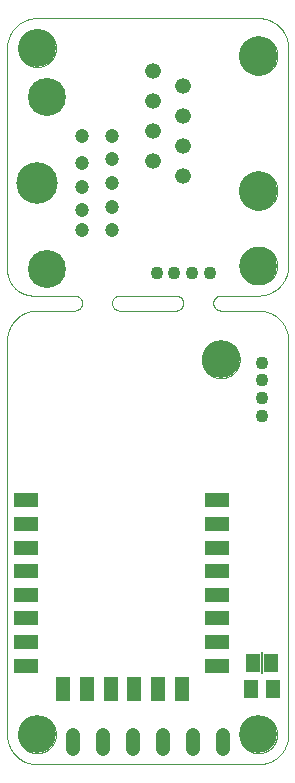
<source format=gbs>
G75*
%MOIN*%
%OFA0B0*%
%FSLAX25Y25*%
%IPPOS*%
%LPD*%
%AMOC8*
5,1,8,0,0,1.08239X$1,22.5*
%
%ADD10C,0.00000*%
%ADD11C,0.12598*%
%ADD12R,0.07874X0.04724*%
%ADD13R,0.04724X0.07874*%
%ADD14R,0.05118X0.05906*%
%ADD15R,0.04600X0.06300*%
%ADD16R,0.00600X0.07200*%
%ADD17C,0.04800*%
%ADD18C,0.04331*%
%ADD19C,0.05250*%
%ADD20C,0.12800*%
%ADD21C,0.04724*%
%ADD22C,0.13843*%
%ADD23C,0.12661*%
D10*
X0028845Y0038800D02*
X0028845Y0170050D01*
X0028848Y0170292D01*
X0028857Y0170533D01*
X0028871Y0170774D01*
X0028892Y0171015D01*
X0028918Y0171255D01*
X0028950Y0171495D01*
X0028988Y0171734D01*
X0029031Y0171971D01*
X0029081Y0172208D01*
X0029136Y0172443D01*
X0029196Y0172677D01*
X0029263Y0172909D01*
X0029334Y0173140D01*
X0029412Y0173369D01*
X0029495Y0173596D01*
X0029583Y0173821D01*
X0029677Y0174044D01*
X0029776Y0174264D01*
X0029881Y0174482D01*
X0029990Y0174697D01*
X0030105Y0174910D01*
X0030225Y0175120D01*
X0030350Y0175326D01*
X0030480Y0175530D01*
X0030615Y0175731D01*
X0030755Y0175928D01*
X0030899Y0176122D01*
X0031048Y0176312D01*
X0031202Y0176498D01*
X0031360Y0176681D01*
X0031522Y0176860D01*
X0031689Y0177035D01*
X0031860Y0177206D01*
X0032035Y0177373D01*
X0032214Y0177535D01*
X0032397Y0177693D01*
X0032583Y0177847D01*
X0032773Y0177996D01*
X0032967Y0178140D01*
X0033164Y0178280D01*
X0033365Y0178415D01*
X0033569Y0178545D01*
X0033775Y0178670D01*
X0033985Y0178790D01*
X0034198Y0178905D01*
X0034413Y0179014D01*
X0034631Y0179119D01*
X0034851Y0179218D01*
X0035074Y0179312D01*
X0035299Y0179400D01*
X0035526Y0179483D01*
X0035755Y0179561D01*
X0035986Y0179632D01*
X0036218Y0179699D01*
X0036452Y0179759D01*
X0036687Y0179814D01*
X0036924Y0179864D01*
X0037161Y0179907D01*
X0037400Y0179945D01*
X0037640Y0179977D01*
X0037880Y0180003D01*
X0038121Y0180024D01*
X0038362Y0180038D01*
X0038603Y0180047D01*
X0038845Y0180050D01*
X0051345Y0180050D01*
X0053845Y0182550D02*
X0053843Y0182648D01*
X0053837Y0182746D01*
X0053828Y0182844D01*
X0053814Y0182941D01*
X0053797Y0183038D01*
X0053776Y0183134D01*
X0053751Y0183229D01*
X0053723Y0183323D01*
X0053690Y0183415D01*
X0053655Y0183507D01*
X0053615Y0183597D01*
X0053573Y0183685D01*
X0053526Y0183772D01*
X0053477Y0183856D01*
X0053424Y0183939D01*
X0053368Y0184019D01*
X0053308Y0184098D01*
X0053246Y0184174D01*
X0053181Y0184247D01*
X0053113Y0184318D01*
X0053042Y0184386D01*
X0052969Y0184451D01*
X0052893Y0184513D01*
X0052814Y0184573D01*
X0052734Y0184629D01*
X0052651Y0184682D01*
X0052567Y0184731D01*
X0052480Y0184778D01*
X0052392Y0184820D01*
X0052302Y0184860D01*
X0052210Y0184895D01*
X0052118Y0184928D01*
X0052024Y0184956D01*
X0051929Y0184981D01*
X0051833Y0185002D01*
X0051736Y0185019D01*
X0051639Y0185033D01*
X0051541Y0185042D01*
X0051443Y0185048D01*
X0051345Y0185050D01*
X0037595Y0185050D01*
X0037384Y0185053D01*
X0037172Y0185060D01*
X0036961Y0185073D01*
X0036751Y0185091D01*
X0036540Y0185114D01*
X0036331Y0185142D01*
X0036122Y0185175D01*
X0035914Y0185213D01*
X0035707Y0185256D01*
X0035501Y0185304D01*
X0035296Y0185357D01*
X0035093Y0185415D01*
X0034891Y0185478D01*
X0034691Y0185546D01*
X0034492Y0185619D01*
X0034295Y0185696D01*
X0034101Y0185778D01*
X0033908Y0185865D01*
X0033717Y0185956D01*
X0033529Y0186052D01*
X0033343Y0186153D01*
X0033159Y0186258D01*
X0032978Y0186367D01*
X0032800Y0186481D01*
X0032624Y0186599D01*
X0032452Y0186721D01*
X0032282Y0186847D01*
X0032116Y0186978D01*
X0031953Y0187112D01*
X0031793Y0187251D01*
X0031636Y0187393D01*
X0031483Y0187539D01*
X0031334Y0187688D01*
X0031188Y0187841D01*
X0031046Y0187998D01*
X0030907Y0188158D01*
X0030773Y0188321D01*
X0030642Y0188487D01*
X0030516Y0188657D01*
X0030394Y0188829D01*
X0030276Y0189005D01*
X0030162Y0189183D01*
X0030053Y0189364D01*
X0029948Y0189548D01*
X0029847Y0189734D01*
X0029751Y0189922D01*
X0029660Y0190113D01*
X0029573Y0190306D01*
X0029491Y0190500D01*
X0029414Y0190697D01*
X0029341Y0190896D01*
X0029273Y0191096D01*
X0029210Y0191298D01*
X0029152Y0191501D01*
X0029099Y0191706D01*
X0029051Y0191912D01*
X0029008Y0192119D01*
X0028970Y0192327D01*
X0028937Y0192536D01*
X0028909Y0192745D01*
X0028886Y0192956D01*
X0028868Y0193166D01*
X0028855Y0193377D01*
X0028848Y0193589D01*
X0028845Y0193800D01*
X0028845Y0267550D01*
X0028848Y0267792D01*
X0028857Y0268033D01*
X0028871Y0268274D01*
X0028892Y0268515D01*
X0028918Y0268755D01*
X0028950Y0268995D01*
X0028988Y0269234D01*
X0029031Y0269471D01*
X0029081Y0269708D01*
X0029136Y0269943D01*
X0029196Y0270177D01*
X0029263Y0270409D01*
X0029334Y0270640D01*
X0029412Y0270869D01*
X0029495Y0271096D01*
X0029583Y0271321D01*
X0029677Y0271544D01*
X0029776Y0271764D01*
X0029881Y0271982D01*
X0029990Y0272197D01*
X0030105Y0272410D01*
X0030225Y0272620D01*
X0030350Y0272826D01*
X0030480Y0273030D01*
X0030615Y0273231D01*
X0030755Y0273428D01*
X0030899Y0273622D01*
X0031048Y0273812D01*
X0031202Y0273998D01*
X0031360Y0274181D01*
X0031522Y0274360D01*
X0031689Y0274535D01*
X0031860Y0274706D01*
X0032035Y0274873D01*
X0032214Y0275035D01*
X0032397Y0275193D01*
X0032583Y0275347D01*
X0032773Y0275496D01*
X0032967Y0275640D01*
X0033164Y0275780D01*
X0033365Y0275915D01*
X0033569Y0276045D01*
X0033775Y0276170D01*
X0033985Y0276290D01*
X0034198Y0276405D01*
X0034413Y0276514D01*
X0034631Y0276619D01*
X0034851Y0276718D01*
X0035074Y0276812D01*
X0035299Y0276900D01*
X0035526Y0276983D01*
X0035755Y0277061D01*
X0035986Y0277132D01*
X0036218Y0277199D01*
X0036452Y0277259D01*
X0036687Y0277314D01*
X0036924Y0277364D01*
X0037161Y0277407D01*
X0037400Y0277445D01*
X0037640Y0277477D01*
X0037880Y0277503D01*
X0038121Y0277524D01*
X0038362Y0277538D01*
X0038603Y0277547D01*
X0038845Y0277550D01*
X0112595Y0277550D01*
X0112837Y0277547D01*
X0113078Y0277538D01*
X0113319Y0277524D01*
X0113560Y0277503D01*
X0113800Y0277477D01*
X0114040Y0277445D01*
X0114279Y0277407D01*
X0114516Y0277364D01*
X0114753Y0277314D01*
X0114988Y0277259D01*
X0115222Y0277199D01*
X0115454Y0277132D01*
X0115685Y0277061D01*
X0115914Y0276983D01*
X0116141Y0276900D01*
X0116366Y0276812D01*
X0116589Y0276718D01*
X0116809Y0276619D01*
X0117027Y0276514D01*
X0117242Y0276405D01*
X0117455Y0276290D01*
X0117665Y0276170D01*
X0117871Y0276045D01*
X0118075Y0275915D01*
X0118276Y0275780D01*
X0118473Y0275640D01*
X0118667Y0275496D01*
X0118857Y0275347D01*
X0119043Y0275193D01*
X0119226Y0275035D01*
X0119405Y0274873D01*
X0119580Y0274706D01*
X0119751Y0274535D01*
X0119918Y0274360D01*
X0120080Y0274181D01*
X0120238Y0273998D01*
X0120392Y0273812D01*
X0120541Y0273622D01*
X0120685Y0273428D01*
X0120825Y0273231D01*
X0120960Y0273030D01*
X0121090Y0272826D01*
X0121215Y0272620D01*
X0121335Y0272410D01*
X0121450Y0272197D01*
X0121559Y0271982D01*
X0121664Y0271764D01*
X0121763Y0271544D01*
X0121857Y0271321D01*
X0121945Y0271096D01*
X0122028Y0270869D01*
X0122106Y0270640D01*
X0122177Y0270409D01*
X0122244Y0270177D01*
X0122304Y0269943D01*
X0122359Y0269708D01*
X0122409Y0269471D01*
X0122452Y0269234D01*
X0122490Y0268995D01*
X0122522Y0268755D01*
X0122548Y0268515D01*
X0122569Y0268274D01*
X0122583Y0268033D01*
X0122592Y0267792D01*
X0122595Y0267550D01*
X0122595Y0195050D01*
X0122592Y0194808D01*
X0122583Y0194567D01*
X0122569Y0194326D01*
X0122548Y0194085D01*
X0122522Y0193845D01*
X0122490Y0193605D01*
X0122452Y0193366D01*
X0122409Y0193129D01*
X0122359Y0192892D01*
X0122304Y0192657D01*
X0122244Y0192423D01*
X0122177Y0192191D01*
X0122106Y0191960D01*
X0122028Y0191731D01*
X0121945Y0191504D01*
X0121857Y0191279D01*
X0121763Y0191056D01*
X0121664Y0190836D01*
X0121559Y0190618D01*
X0121450Y0190403D01*
X0121335Y0190190D01*
X0121215Y0189980D01*
X0121090Y0189774D01*
X0120960Y0189570D01*
X0120825Y0189369D01*
X0120685Y0189172D01*
X0120541Y0188978D01*
X0120392Y0188788D01*
X0120238Y0188602D01*
X0120080Y0188419D01*
X0119918Y0188240D01*
X0119751Y0188065D01*
X0119580Y0187894D01*
X0119405Y0187727D01*
X0119226Y0187565D01*
X0119043Y0187407D01*
X0118857Y0187253D01*
X0118667Y0187104D01*
X0118473Y0186960D01*
X0118276Y0186820D01*
X0118075Y0186685D01*
X0117871Y0186555D01*
X0117665Y0186430D01*
X0117455Y0186310D01*
X0117242Y0186195D01*
X0117027Y0186086D01*
X0116809Y0185981D01*
X0116589Y0185882D01*
X0116366Y0185788D01*
X0116141Y0185700D01*
X0115914Y0185617D01*
X0115685Y0185539D01*
X0115454Y0185468D01*
X0115222Y0185401D01*
X0114988Y0185341D01*
X0114753Y0185286D01*
X0114516Y0185236D01*
X0114279Y0185193D01*
X0114040Y0185155D01*
X0113800Y0185123D01*
X0113560Y0185097D01*
X0113319Y0185076D01*
X0113078Y0185062D01*
X0112837Y0185053D01*
X0112595Y0185050D01*
X0100095Y0185050D01*
X0099997Y0185048D01*
X0099899Y0185042D01*
X0099801Y0185033D01*
X0099704Y0185019D01*
X0099607Y0185002D01*
X0099511Y0184981D01*
X0099416Y0184956D01*
X0099322Y0184928D01*
X0099230Y0184895D01*
X0099138Y0184860D01*
X0099048Y0184820D01*
X0098960Y0184778D01*
X0098873Y0184731D01*
X0098789Y0184682D01*
X0098706Y0184629D01*
X0098626Y0184573D01*
X0098547Y0184513D01*
X0098471Y0184451D01*
X0098398Y0184386D01*
X0098327Y0184318D01*
X0098259Y0184247D01*
X0098194Y0184174D01*
X0098132Y0184098D01*
X0098072Y0184019D01*
X0098016Y0183939D01*
X0097963Y0183856D01*
X0097914Y0183772D01*
X0097867Y0183685D01*
X0097825Y0183597D01*
X0097785Y0183507D01*
X0097750Y0183415D01*
X0097717Y0183323D01*
X0097689Y0183229D01*
X0097664Y0183134D01*
X0097643Y0183038D01*
X0097626Y0182941D01*
X0097612Y0182844D01*
X0097603Y0182746D01*
X0097597Y0182648D01*
X0097595Y0182550D01*
X0097597Y0182452D01*
X0097603Y0182354D01*
X0097612Y0182256D01*
X0097626Y0182159D01*
X0097643Y0182062D01*
X0097664Y0181966D01*
X0097689Y0181871D01*
X0097717Y0181777D01*
X0097750Y0181685D01*
X0097785Y0181593D01*
X0097825Y0181503D01*
X0097867Y0181415D01*
X0097914Y0181328D01*
X0097963Y0181244D01*
X0098016Y0181161D01*
X0098072Y0181081D01*
X0098132Y0181002D01*
X0098194Y0180926D01*
X0098259Y0180853D01*
X0098327Y0180782D01*
X0098398Y0180714D01*
X0098471Y0180649D01*
X0098547Y0180587D01*
X0098626Y0180527D01*
X0098706Y0180471D01*
X0098789Y0180418D01*
X0098873Y0180369D01*
X0098960Y0180322D01*
X0099048Y0180280D01*
X0099138Y0180240D01*
X0099230Y0180205D01*
X0099322Y0180172D01*
X0099416Y0180144D01*
X0099511Y0180119D01*
X0099607Y0180098D01*
X0099704Y0180081D01*
X0099801Y0180067D01*
X0099899Y0180058D01*
X0099997Y0180052D01*
X0100095Y0180050D01*
X0112595Y0180050D01*
X0112837Y0180047D01*
X0113078Y0180038D01*
X0113319Y0180024D01*
X0113560Y0180003D01*
X0113800Y0179977D01*
X0114040Y0179945D01*
X0114279Y0179907D01*
X0114516Y0179864D01*
X0114753Y0179814D01*
X0114988Y0179759D01*
X0115222Y0179699D01*
X0115454Y0179632D01*
X0115685Y0179561D01*
X0115914Y0179483D01*
X0116141Y0179400D01*
X0116366Y0179312D01*
X0116589Y0179218D01*
X0116809Y0179119D01*
X0117027Y0179014D01*
X0117242Y0178905D01*
X0117455Y0178790D01*
X0117665Y0178670D01*
X0117871Y0178545D01*
X0118075Y0178415D01*
X0118276Y0178280D01*
X0118473Y0178140D01*
X0118667Y0177996D01*
X0118857Y0177847D01*
X0119043Y0177693D01*
X0119226Y0177535D01*
X0119405Y0177373D01*
X0119580Y0177206D01*
X0119751Y0177035D01*
X0119918Y0176860D01*
X0120080Y0176681D01*
X0120238Y0176498D01*
X0120392Y0176312D01*
X0120541Y0176122D01*
X0120685Y0175928D01*
X0120825Y0175731D01*
X0120960Y0175530D01*
X0121090Y0175326D01*
X0121215Y0175120D01*
X0121335Y0174910D01*
X0121450Y0174697D01*
X0121559Y0174482D01*
X0121664Y0174264D01*
X0121763Y0174044D01*
X0121857Y0173821D01*
X0121945Y0173596D01*
X0122028Y0173369D01*
X0122106Y0173140D01*
X0122177Y0172909D01*
X0122244Y0172677D01*
X0122304Y0172443D01*
X0122359Y0172208D01*
X0122409Y0171971D01*
X0122452Y0171734D01*
X0122490Y0171495D01*
X0122522Y0171255D01*
X0122548Y0171015D01*
X0122569Y0170774D01*
X0122583Y0170533D01*
X0122592Y0170292D01*
X0122595Y0170050D01*
X0122595Y0038800D01*
X0122592Y0038558D01*
X0122583Y0038317D01*
X0122569Y0038076D01*
X0122548Y0037835D01*
X0122522Y0037595D01*
X0122490Y0037355D01*
X0122452Y0037116D01*
X0122409Y0036879D01*
X0122359Y0036642D01*
X0122304Y0036407D01*
X0122244Y0036173D01*
X0122177Y0035941D01*
X0122106Y0035710D01*
X0122028Y0035481D01*
X0121945Y0035254D01*
X0121857Y0035029D01*
X0121763Y0034806D01*
X0121664Y0034586D01*
X0121559Y0034368D01*
X0121450Y0034153D01*
X0121335Y0033940D01*
X0121215Y0033730D01*
X0121090Y0033524D01*
X0120960Y0033320D01*
X0120825Y0033119D01*
X0120685Y0032922D01*
X0120541Y0032728D01*
X0120392Y0032538D01*
X0120238Y0032352D01*
X0120080Y0032169D01*
X0119918Y0031990D01*
X0119751Y0031815D01*
X0119580Y0031644D01*
X0119405Y0031477D01*
X0119226Y0031315D01*
X0119043Y0031157D01*
X0118857Y0031003D01*
X0118667Y0030854D01*
X0118473Y0030710D01*
X0118276Y0030570D01*
X0118075Y0030435D01*
X0117871Y0030305D01*
X0117665Y0030180D01*
X0117455Y0030060D01*
X0117242Y0029945D01*
X0117027Y0029836D01*
X0116809Y0029731D01*
X0116589Y0029632D01*
X0116366Y0029538D01*
X0116141Y0029450D01*
X0115914Y0029367D01*
X0115685Y0029289D01*
X0115454Y0029218D01*
X0115222Y0029151D01*
X0114988Y0029091D01*
X0114753Y0029036D01*
X0114516Y0028986D01*
X0114279Y0028943D01*
X0114040Y0028905D01*
X0113800Y0028873D01*
X0113560Y0028847D01*
X0113319Y0028826D01*
X0113078Y0028812D01*
X0112837Y0028803D01*
X0112595Y0028800D01*
X0038845Y0028800D01*
X0038603Y0028803D01*
X0038362Y0028812D01*
X0038121Y0028826D01*
X0037880Y0028847D01*
X0037640Y0028873D01*
X0037400Y0028905D01*
X0037161Y0028943D01*
X0036924Y0028986D01*
X0036687Y0029036D01*
X0036452Y0029091D01*
X0036218Y0029151D01*
X0035986Y0029218D01*
X0035755Y0029289D01*
X0035526Y0029367D01*
X0035299Y0029450D01*
X0035074Y0029538D01*
X0034851Y0029632D01*
X0034631Y0029731D01*
X0034413Y0029836D01*
X0034198Y0029945D01*
X0033985Y0030060D01*
X0033775Y0030180D01*
X0033569Y0030305D01*
X0033365Y0030435D01*
X0033164Y0030570D01*
X0032967Y0030710D01*
X0032773Y0030854D01*
X0032583Y0031003D01*
X0032397Y0031157D01*
X0032214Y0031315D01*
X0032035Y0031477D01*
X0031860Y0031644D01*
X0031689Y0031815D01*
X0031522Y0031990D01*
X0031360Y0032169D01*
X0031202Y0032352D01*
X0031048Y0032538D01*
X0030899Y0032728D01*
X0030755Y0032922D01*
X0030615Y0033119D01*
X0030480Y0033320D01*
X0030350Y0033524D01*
X0030225Y0033730D01*
X0030105Y0033940D01*
X0029990Y0034153D01*
X0029881Y0034368D01*
X0029776Y0034586D01*
X0029677Y0034806D01*
X0029583Y0035029D01*
X0029495Y0035254D01*
X0029412Y0035481D01*
X0029334Y0035710D01*
X0029263Y0035941D01*
X0029196Y0036173D01*
X0029136Y0036407D01*
X0029081Y0036642D01*
X0029031Y0036879D01*
X0028988Y0037116D01*
X0028950Y0037355D01*
X0028918Y0037595D01*
X0028892Y0037835D01*
X0028871Y0038076D01*
X0028857Y0038317D01*
X0028848Y0038558D01*
X0028845Y0038800D01*
X0032546Y0038800D02*
X0032548Y0038958D01*
X0032554Y0039116D01*
X0032564Y0039274D01*
X0032578Y0039432D01*
X0032596Y0039589D01*
X0032617Y0039746D01*
X0032643Y0039902D01*
X0032673Y0040058D01*
X0032706Y0040213D01*
X0032744Y0040366D01*
X0032785Y0040519D01*
X0032830Y0040671D01*
X0032879Y0040822D01*
X0032932Y0040971D01*
X0032988Y0041119D01*
X0033048Y0041265D01*
X0033112Y0041410D01*
X0033180Y0041553D01*
X0033251Y0041695D01*
X0033325Y0041835D01*
X0033403Y0041972D01*
X0033485Y0042108D01*
X0033569Y0042242D01*
X0033658Y0042373D01*
X0033749Y0042502D01*
X0033844Y0042629D01*
X0033941Y0042754D01*
X0034042Y0042876D01*
X0034146Y0042995D01*
X0034253Y0043112D01*
X0034363Y0043226D01*
X0034476Y0043337D01*
X0034591Y0043446D01*
X0034709Y0043551D01*
X0034830Y0043653D01*
X0034953Y0043753D01*
X0035079Y0043849D01*
X0035207Y0043942D01*
X0035337Y0044032D01*
X0035470Y0044118D01*
X0035605Y0044202D01*
X0035741Y0044281D01*
X0035880Y0044358D01*
X0036021Y0044430D01*
X0036163Y0044500D01*
X0036307Y0044565D01*
X0036453Y0044627D01*
X0036600Y0044685D01*
X0036749Y0044740D01*
X0036899Y0044791D01*
X0037050Y0044838D01*
X0037202Y0044881D01*
X0037355Y0044920D01*
X0037510Y0044956D01*
X0037665Y0044987D01*
X0037821Y0045015D01*
X0037977Y0045039D01*
X0038134Y0045059D01*
X0038292Y0045075D01*
X0038449Y0045087D01*
X0038608Y0045095D01*
X0038766Y0045099D01*
X0038924Y0045099D01*
X0039082Y0045095D01*
X0039241Y0045087D01*
X0039398Y0045075D01*
X0039556Y0045059D01*
X0039713Y0045039D01*
X0039869Y0045015D01*
X0040025Y0044987D01*
X0040180Y0044956D01*
X0040335Y0044920D01*
X0040488Y0044881D01*
X0040640Y0044838D01*
X0040791Y0044791D01*
X0040941Y0044740D01*
X0041090Y0044685D01*
X0041237Y0044627D01*
X0041383Y0044565D01*
X0041527Y0044500D01*
X0041669Y0044430D01*
X0041810Y0044358D01*
X0041949Y0044281D01*
X0042085Y0044202D01*
X0042220Y0044118D01*
X0042353Y0044032D01*
X0042483Y0043942D01*
X0042611Y0043849D01*
X0042737Y0043753D01*
X0042860Y0043653D01*
X0042981Y0043551D01*
X0043099Y0043446D01*
X0043214Y0043337D01*
X0043327Y0043226D01*
X0043437Y0043112D01*
X0043544Y0042995D01*
X0043648Y0042876D01*
X0043749Y0042754D01*
X0043846Y0042629D01*
X0043941Y0042502D01*
X0044032Y0042373D01*
X0044121Y0042242D01*
X0044205Y0042108D01*
X0044287Y0041972D01*
X0044365Y0041835D01*
X0044439Y0041695D01*
X0044510Y0041553D01*
X0044578Y0041410D01*
X0044642Y0041265D01*
X0044702Y0041119D01*
X0044758Y0040971D01*
X0044811Y0040822D01*
X0044860Y0040671D01*
X0044905Y0040519D01*
X0044946Y0040366D01*
X0044984Y0040213D01*
X0045017Y0040058D01*
X0045047Y0039902D01*
X0045073Y0039746D01*
X0045094Y0039589D01*
X0045112Y0039432D01*
X0045126Y0039274D01*
X0045136Y0039116D01*
X0045142Y0038958D01*
X0045144Y0038800D01*
X0045142Y0038642D01*
X0045136Y0038484D01*
X0045126Y0038326D01*
X0045112Y0038168D01*
X0045094Y0038011D01*
X0045073Y0037854D01*
X0045047Y0037698D01*
X0045017Y0037542D01*
X0044984Y0037387D01*
X0044946Y0037234D01*
X0044905Y0037081D01*
X0044860Y0036929D01*
X0044811Y0036778D01*
X0044758Y0036629D01*
X0044702Y0036481D01*
X0044642Y0036335D01*
X0044578Y0036190D01*
X0044510Y0036047D01*
X0044439Y0035905D01*
X0044365Y0035765D01*
X0044287Y0035628D01*
X0044205Y0035492D01*
X0044121Y0035358D01*
X0044032Y0035227D01*
X0043941Y0035098D01*
X0043846Y0034971D01*
X0043749Y0034846D01*
X0043648Y0034724D01*
X0043544Y0034605D01*
X0043437Y0034488D01*
X0043327Y0034374D01*
X0043214Y0034263D01*
X0043099Y0034154D01*
X0042981Y0034049D01*
X0042860Y0033947D01*
X0042737Y0033847D01*
X0042611Y0033751D01*
X0042483Y0033658D01*
X0042353Y0033568D01*
X0042220Y0033482D01*
X0042085Y0033398D01*
X0041949Y0033319D01*
X0041810Y0033242D01*
X0041669Y0033170D01*
X0041527Y0033100D01*
X0041383Y0033035D01*
X0041237Y0032973D01*
X0041090Y0032915D01*
X0040941Y0032860D01*
X0040791Y0032809D01*
X0040640Y0032762D01*
X0040488Y0032719D01*
X0040335Y0032680D01*
X0040180Y0032644D01*
X0040025Y0032613D01*
X0039869Y0032585D01*
X0039713Y0032561D01*
X0039556Y0032541D01*
X0039398Y0032525D01*
X0039241Y0032513D01*
X0039082Y0032505D01*
X0038924Y0032501D01*
X0038766Y0032501D01*
X0038608Y0032505D01*
X0038449Y0032513D01*
X0038292Y0032525D01*
X0038134Y0032541D01*
X0037977Y0032561D01*
X0037821Y0032585D01*
X0037665Y0032613D01*
X0037510Y0032644D01*
X0037355Y0032680D01*
X0037202Y0032719D01*
X0037050Y0032762D01*
X0036899Y0032809D01*
X0036749Y0032860D01*
X0036600Y0032915D01*
X0036453Y0032973D01*
X0036307Y0033035D01*
X0036163Y0033100D01*
X0036021Y0033170D01*
X0035880Y0033242D01*
X0035741Y0033319D01*
X0035605Y0033398D01*
X0035470Y0033482D01*
X0035337Y0033568D01*
X0035207Y0033658D01*
X0035079Y0033751D01*
X0034953Y0033847D01*
X0034830Y0033947D01*
X0034709Y0034049D01*
X0034591Y0034154D01*
X0034476Y0034263D01*
X0034363Y0034374D01*
X0034253Y0034488D01*
X0034146Y0034605D01*
X0034042Y0034724D01*
X0033941Y0034846D01*
X0033844Y0034971D01*
X0033749Y0035098D01*
X0033658Y0035227D01*
X0033569Y0035358D01*
X0033485Y0035492D01*
X0033403Y0035628D01*
X0033325Y0035765D01*
X0033251Y0035905D01*
X0033180Y0036047D01*
X0033112Y0036190D01*
X0033048Y0036335D01*
X0032988Y0036481D01*
X0032932Y0036629D01*
X0032879Y0036778D01*
X0032830Y0036929D01*
X0032785Y0037081D01*
X0032744Y0037234D01*
X0032706Y0037387D01*
X0032673Y0037542D01*
X0032643Y0037698D01*
X0032617Y0037854D01*
X0032596Y0038011D01*
X0032578Y0038168D01*
X0032564Y0038326D01*
X0032554Y0038484D01*
X0032548Y0038642D01*
X0032546Y0038800D01*
X0093796Y0163800D02*
X0093798Y0163958D01*
X0093804Y0164116D01*
X0093814Y0164274D01*
X0093828Y0164432D01*
X0093846Y0164589D01*
X0093867Y0164746D01*
X0093893Y0164902D01*
X0093923Y0165058D01*
X0093956Y0165213D01*
X0093994Y0165366D01*
X0094035Y0165519D01*
X0094080Y0165671D01*
X0094129Y0165822D01*
X0094182Y0165971D01*
X0094238Y0166119D01*
X0094298Y0166265D01*
X0094362Y0166410D01*
X0094430Y0166553D01*
X0094501Y0166695D01*
X0094575Y0166835D01*
X0094653Y0166972D01*
X0094735Y0167108D01*
X0094819Y0167242D01*
X0094908Y0167373D01*
X0094999Y0167502D01*
X0095094Y0167629D01*
X0095191Y0167754D01*
X0095292Y0167876D01*
X0095396Y0167995D01*
X0095503Y0168112D01*
X0095613Y0168226D01*
X0095726Y0168337D01*
X0095841Y0168446D01*
X0095959Y0168551D01*
X0096080Y0168653D01*
X0096203Y0168753D01*
X0096329Y0168849D01*
X0096457Y0168942D01*
X0096587Y0169032D01*
X0096720Y0169118D01*
X0096855Y0169202D01*
X0096991Y0169281D01*
X0097130Y0169358D01*
X0097271Y0169430D01*
X0097413Y0169500D01*
X0097557Y0169565D01*
X0097703Y0169627D01*
X0097850Y0169685D01*
X0097999Y0169740D01*
X0098149Y0169791D01*
X0098300Y0169838D01*
X0098452Y0169881D01*
X0098605Y0169920D01*
X0098760Y0169956D01*
X0098915Y0169987D01*
X0099071Y0170015D01*
X0099227Y0170039D01*
X0099384Y0170059D01*
X0099542Y0170075D01*
X0099699Y0170087D01*
X0099858Y0170095D01*
X0100016Y0170099D01*
X0100174Y0170099D01*
X0100332Y0170095D01*
X0100491Y0170087D01*
X0100648Y0170075D01*
X0100806Y0170059D01*
X0100963Y0170039D01*
X0101119Y0170015D01*
X0101275Y0169987D01*
X0101430Y0169956D01*
X0101585Y0169920D01*
X0101738Y0169881D01*
X0101890Y0169838D01*
X0102041Y0169791D01*
X0102191Y0169740D01*
X0102340Y0169685D01*
X0102487Y0169627D01*
X0102633Y0169565D01*
X0102777Y0169500D01*
X0102919Y0169430D01*
X0103060Y0169358D01*
X0103199Y0169281D01*
X0103335Y0169202D01*
X0103470Y0169118D01*
X0103603Y0169032D01*
X0103733Y0168942D01*
X0103861Y0168849D01*
X0103987Y0168753D01*
X0104110Y0168653D01*
X0104231Y0168551D01*
X0104349Y0168446D01*
X0104464Y0168337D01*
X0104577Y0168226D01*
X0104687Y0168112D01*
X0104794Y0167995D01*
X0104898Y0167876D01*
X0104999Y0167754D01*
X0105096Y0167629D01*
X0105191Y0167502D01*
X0105282Y0167373D01*
X0105371Y0167242D01*
X0105455Y0167108D01*
X0105537Y0166972D01*
X0105615Y0166835D01*
X0105689Y0166695D01*
X0105760Y0166553D01*
X0105828Y0166410D01*
X0105892Y0166265D01*
X0105952Y0166119D01*
X0106008Y0165971D01*
X0106061Y0165822D01*
X0106110Y0165671D01*
X0106155Y0165519D01*
X0106196Y0165366D01*
X0106234Y0165213D01*
X0106267Y0165058D01*
X0106297Y0164902D01*
X0106323Y0164746D01*
X0106344Y0164589D01*
X0106362Y0164432D01*
X0106376Y0164274D01*
X0106386Y0164116D01*
X0106392Y0163958D01*
X0106394Y0163800D01*
X0106392Y0163642D01*
X0106386Y0163484D01*
X0106376Y0163326D01*
X0106362Y0163168D01*
X0106344Y0163011D01*
X0106323Y0162854D01*
X0106297Y0162698D01*
X0106267Y0162542D01*
X0106234Y0162387D01*
X0106196Y0162234D01*
X0106155Y0162081D01*
X0106110Y0161929D01*
X0106061Y0161778D01*
X0106008Y0161629D01*
X0105952Y0161481D01*
X0105892Y0161335D01*
X0105828Y0161190D01*
X0105760Y0161047D01*
X0105689Y0160905D01*
X0105615Y0160765D01*
X0105537Y0160628D01*
X0105455Y0160492D01*
X0105371Y0160358D01*
X0105282Y0160227D01*
X0105191Y0160098D01*
X0105096Y0159971D01*
X0104999Y0159846D01*
X0104898Y0159724D01*
X0104794Y0159605D01*
X0104687Y0159488D01*
X0104577Y0159374D01*
X0104464Y0159263D01*
X0104349Y0159154D01*
X0104231Y0159049D01*
X0104110Y0158947D01*
X0103987Y0158847D01*
X0103861Y0158751D01*
X0103733Y0158658D01*
X0103603Y0158568D01*
X0103470Y0158482D01*
X0103335Y0158398D01*
X0103199Y0158319D01*
X0103060Y0158242D01*
X0102919Y0158170D01*
X0102777Y0158100D01*
X0102633Y0158035D01*
X0102487Y0157973D01*
X0102340Y0157915D01*
X0102191Y0157860D01*
X0102041Y0157809D01*
X0101890Y0157762D01*
X0101738Y0157719D01*
X0101585Y0157680D01*
X0101430Y0157644D01*
X0101275Y0157613D01*
X0101119Y0157585D01*
X0100963Y0157561D01*
X0100806Y0157541D01*
X0100648Y0157525D01*
X0100491Y0157513D01*
X0100332Y0157505D01*
X0100174Y0157501D01*
X0100016Y0157501D01*
X0099858Y0157505D01*
X0099699Y0157513D01*
X0099542Y0157525D01*
X0099384Y0157541D01*
X0099227Y0157561D01*
X0099071Y0157585D01*
X0098915Y0157613D01*
X0098760Y0157644D01*
X0098605Y0157680D01*
X0098452Y0157719D01*
X0098300Y0157762D01*
X0098149Y0157809D01*
X0097999Y0157860D01*
X0097850Y0157915D01*
X0097703Y0157973D01*
X0097557Y0158035D01*
X0097413Y0158100D01*
X0097271Y0158170D01*
X0097130Y0158242D01*
X0096991Y0158319D01*
X0096855Y0158398D01*
X0096720Y0158482D01*
X0096587Y0158568D01*
X0096457Y0158658D01*
X0096329Y0158751D01*
X0096203Y0158847D01*
X0096080Y0158947D01*
X0095959Y0159049D01*
X0095841Y0159154D01*
X0095726Y0159263D01*
X0095613Y0159374D01*
X0095503Y0159488D01*
X0095396Y0159605D01*
X0095292Y0159724D01*
X0095191Y0159846D01*
X0095094Y0159971D01*
X0094999Y0160098D01*
X0094908Y0160227D01*
X0094819Y0160358D01*
X0094735Y0160492D01*
X0094653Y0160628D01*
X0094575Y0160765D01*
X0094501Y0160905D01*
X0094430Y0161047D01*
X0094362Y0161190D01*
X0094298Y0161335D01*
X0094238Y0161481D01*
X0094182Y0161629D01*
X0094129Y0161778D01*
X0094080Y0161929D01*
X0094035Y0162081D01*
X0093994Y0162234D01*
X0093956Y0162387D01*
X0093923Y0162542D01*
X0093893Y0162698D01*
X0093867Y0162854D01*
X0093846Y0163011D01*
X0093828Y0163168D01*
X0093814Y0163326D01*
X0093804Y0163484D01*
X0093798Y0163642D01*
X0093796Y0163800D01*
X0085095Y0180050D02*
X0066345Y0180050D01*
X0066247Y0180052D01*
X0066149Y0180058D01*
X0066051Y0180067D01*
X0065954Y0180081D01*
X0065857Y0180098D01*
X0065761Y0180119D01*
X0065666Y0180144D01*
X0065572Y0180172D01*
X0065480Y0180205D01*
X0065388Y0180240D01*
X0065298Y0180280D01*
X0065210Y0180322D01*
X0065123Y0180369D01*
X0065039Y0180418D01*
X0064956Y0180471D01*
X0064876Y0180527D01*
X0064797Y0180587D01*
X0064721Y0180649D01*
X0064648Y0180714D01*
X0064577Y0180782D01*
X0064509Y0180853D01*
X0064444Y0180926D01*
X0064382Y0181002D01*
X0064322Y0181081D01*
X0064266Y0181161D01*
X0064213Y0181244D01*
X0064164Y0181328D01*
X0064117Y0181415D01*
X0064075Y0181503D01*
X0064035Y0181593D01*
X0064000Y0181685D01*
X0063967Y0181777D01*
X0063939Y0181871D01*
X0063914Y0181966D01*
X0063893Y0182062D01*
X0063876Y0182159D01*
X0063862Y0182256D01*
X0063853Y0182354D01*
X0063847Y0182452D01*
X0063845Y0182550D01*
X0063847Y0182648D01*
X0063853Y0182746D01*
X0063862Y0182844D01*
X0063876Y0182941D01*
X0063893Y0183038D01*
X0063914Y0183134D01*
X0063939Y0183229D01*
X0063967Y0183323D01*
X0064000Y0183415D01*
X0064035Y0183507D01*
X0064075Y0183597D01*
X0064117Y0183685D01*
X0064164Y0183772D01*
X0064213Y0183856D01*
X0064266Y0183939D01*
X0064322Y0184019D01*
X0064382Y0184098D01*
X0064444Y0184174D01*
X0064509Y0184247D01*
X0064577Y0184318D01*
X0064648Y0184386D01*
X0064721Y0184451D01*
X0064797Y0184513D01*
X0064876Y0184573D01*
X0064956Y0184629D01*
X0065039Y0184682D01*
X0065123Y0184731D01*
X0065210Y0184778D01*
X0065298Y0184820D01*
X0065388Y0184860D01*
X0065480Y0184895D01*
X0065572Y0184928D01*
X0065666Y0184956D01*
X0065761Y0184981D01*
X0065857Y0185002D01*
X0065954Y0185019D01*
X0066051Y0185033D01*
X0066149Y0185042D01*
X0066247Y0185048D01*
X0066345Y0185050D01*
X0085095Y0185050D01*
X0085193Y0185048D01*
X0085291Y0185042D01*
X0085389Y0185033D01*
X0085486Y0185019D01*
X0085583Y0185002D01*
X0085679Y0184981D01*
X0085774Y0184956D01*
X0085868Y0184928D01*
X0085960Y0184895D01*
X0086052Y0184860D01*
X0086142Y0184820D01*
X0086230Y0184778D01*
X0086317Y0184731D01*
X0086401Y0184682D01*
X0086484Y0184629D01*
X0086564Y0184573D01*
X0086643Y0184513D01*
X0086719Y0184451D01*
X0086792Y0184386D01*
X0086863Y0184318D01*
X0086931Y0184247D01*
X0086996Y0184174D01*
X0087058Y0184098D01*
X0087118Y0184019D01*
X0087174Y0183939D01*
X0087227Y0183856D01*
X0087276Y0183772D01*
X0087323Y0183685D01*
X0087365Y0183597D01*
X0087405Y0183507D01*
X0087440Y0183415D01*
X0087473Y0183323D01*
X0087501Y0183229D01*
X0087526Y0183134D01*
X0087547Y0183038D01*
X0087564Y0182941D01*
X0087578Y0182844D01*
X0087587Y0182746D01*
X0087593Y0182648D01*
X0087595Y0182550D01*
X0087593Y0182452D01*
X0087587Y0182354D01*
X0087578Y0182256D01*
X0087564Y0182159D01*
X0087547Y0182062D01*
X0087526Y0181966D01*
X0087501Y0181871D01*
X0087473Y0181777D01*
X0087440Y0181685D01*
X0087405Y0181593D01*
X0087365Y0181503D01*
X0087323Y0181415D01*
X0087276Y0181328D01*
X0087227Y0181244D01*
X0087174Y0181161D01*
X0087118Y0181081D01*
X0087058Y0181002D01*
X0086996Y0180926D01*
X0086931Y0180853D01*
X0086863Y0180782D01*
X0086792Y0180714D01*
X0086719Y0180649D01*
X0086643Y0180587D01*
X0086564Y0180527D01*
X0086484Y0180471D01*
X0086401Y0180418D01*
X0086317Y0180369D01*
X0086230Y0180322D01*
X0086142Y0180280D01*
X0086052Y0180240D01*
X0085960Y0180205D01*
X0085868Y0180172D01*
X0085774Y0180144D01*
X0085679Y0180119D01*
X0085583Y0180098D01*
X0085486Y0180081D01*
X0085389Y0180067D01*
X0085291Y0180058D01*
X0085193Y0180052D01*
X0085095Y0180050D01*
X0106296Y0195050D02*
X0106298Y0195208D01*
X0106304Y0195366D01*
X0106314Y0195524D01*
X0106328Y0195682D01*
X0106346Y0195839D01*
X0106367Y0195996D01*
X0106393Y0196152D01*
X0106423Y0196308D01*
X0106456Y0196463D01*
X0106494Y0196616D01*
X0106535Y0196769D01*
X0106580Y0196921D01*
X0106629Y0197072D01*
X0106682Y0197221D01*
X0106738Y0197369D01*
X0106798Y0197515D01*
X0106862Y0197660D01*
X0106930Y0197803D01*
X0107001Y0197945D01*
X0107075Y0198085D01*
X0107153Y0198222D01*
X0107235Y0198358D01*
X0107319Y0198492D01*
X0107408Y0198623D01*
X0107499Y0198752D01*
X0107594Y0198879D01*
X0107691Y0199004D01*
X0107792Y0199126D01*
X0107896Y0199245D01*
X0108003Y0199362D01*
X0108113Y0199476D01*
X0108226Y0199587D01*
X0108341Y0199696D01*
X0108459Y0199801D01*
X0108580Y0199903D01*
X0108703Y0200003D01*
X0108829Y0200099D01*
X0108957Y0200192D01*
X0109087Y0200282D01*
X0109220Y0200368D01*
X0109355Y0200452D01*
X0109491Y0200531D01*
X0109630Y0200608D01*
X0109771Y0200680D01*
X0109913Y0200750D01*
X0110057Y0200815D01*
X0110203Y0200877D01*
X0110350Y0200935D01*
X0110499Y0200990D01*
X0110649Y0201041D01*
X0110800Y0201088D01*
X0110952Y0201131D01*
X0111105Y0201170D01*
X0111260Y0201206D01*
X0111415Y0201237D01*
X0111571Y0201265D01*
X0111727Y0201289D01*
X0111884Y0201309D01*
X0112042Y0201325D01*
X0112199Y0201337D01*
X0112358Y0201345D01*
X0112516Y0201349D01*
X0112674Y0201349D01*
X0112832Y0201345D01*
X0112991Y0201337D01*
X0113148Y0201325D01*
X0113306Y0201309D01*
X0113463Y0201289D01*
X0113619Y0201265D01*
X0113775Y0201237D01*
X0113930Y0201206D01*
X0114085Y0201170D01*
X0114238Y0201131D01*
X0114390Y0201088D01*
X0114541Y0201041D01*
X0114691Y0200990D01*
X0114840Y0200935D01*
X0114987Y0200877D01*
X0115133Y0200815D01*
X0115277Y0200750D01*
X0115419Y0200680D01*
X0115560Y0200608D01*
X0115699Y0200531D01*
X0115835Y0200452D01*
X0115970Y0200368D01*
X0116103Y0200282D01*
X0116233Y0200192D01*
X0116361Y0200099D01*
X0116487Y0200003D01*
X0116610Y0199903D01*
X0116731Y0199801D01*
X0116849Y0199696D01*
X0116964Y0199587D01*
X0117077Y0199476D01*
X0117187Y0199362D01*
X0117294Y0199245D01*
X0117398Y0199126D01*
X0117499Y0199004D01*
X0117596Y0198879D01*
X0117691Y0198752D01*
X0117782Y0198623D01*
X0117871Y0198492D01*
X0117955Y0198358D01*
X0118037Y0198222D01*
X0118115Y0198085D01*
X0118189Y0197945D01*
X0118260Y0197803D01*
X0118328Y0197660D01*
X0118392Y0197515D01*
X0118452Y0197369D01*
X0118508Y0197221D01*
X0118561Y0197072D01*
X0118610Y0196921D01*
X0118655Y0196769D01*
X0118696Y0196616D01*
X0118734Y0196463D01*
X0118767Y0196308D01*
X0118797Y0196152D01*
X0118823Y0195996D01*
X0118844Y0195839D01*
X0118862Y0195682D01*
X0118876Y0195524D01*
X0118886Y0195366D01*
X0118892Y0195208D01*
X0118894Y0195050D01*
X0118892Y0194892D01*
X0118886Y0194734D01*
X0118876Y0194576D01*
X0118862Y0194418D01*
X0118844Y0194261D01*
X0118823Y0194104D01*
X0118797Y0193948D01*
X0118767Y0193792D01*
X0118734Y0193637D01*
X0118696Y0193484D01*
X0118655Y0193331D01*
X0118610Y0193179D01*
X0118561Y0193028D01*
X0118508Y0192879D01*
X0118452Y0192731D01*
X0118392Y0192585D01*
X0118328Y0192440D01*
X0118260Y0192297D01*
X0118189Y0192155D01*
X0118115Y0192015D01*
X0118037Y0191878D01*
X0117955Y0191742D01*
X0117871Y0191608D01*
X0117782Y0191477D01*
X0117691Y0191348D01*
X0117596Y0191221D01*
X0117499Y0191096D01*
X0117398Y0190974D01*
X0117294Y0190855D01*
X0117187Y0190738D01*
X0117077Y0190624D01*
X0116964Y0190513D01*
X0116849Y0190404D01*
X0116731Y0190299D01*
X0116610Y0190197D01*
X0116487Y0190097D01*
X0116361Y0190001D01*
X0116233Y0189908D01*
X0116103Y0189818D01*
X0115970Y0189732D01*
X0115835Y0189648D01*
X0115699Y0189569D01*
X0115560Y0189492D01*
X0115419Y0189420D01*
X0115277Y0189350D01*
X0115133Y0189285D01*
X0114987Y0189223D01*
X0114840Y0189165D01*
X0114691Y0189110D01*
X0114541Y0189059D01*
X0114390Y0189012D01*
X0114238Y0188969D01*
X0114085Y0188930D01*
X0113930Y0188894D01*
X0113775Y0188863D01*
X0113619Y0188835D01*
X0113463Y0188811D01*
X0113306Y0188791D01*
X0113148Y0188775D01*
X0112991Y0188763D01*
X0112832Y0188755D01*
X0112674Y0188751D01*
X0112516Y0188751D01*
X0112358Y0188755D01*
X0112199Y0188763D01*
X0112042Y0188775D01*
X0111884Y0188791D01*
X0111727Y0188811D01*
X0111571Y0188835D01*
X0111415Y0188863D01*
X0111260Y0188894D01*
X0111105Y0188930D01*
X0110952Y0188969D01*
X0110800Y0189012D01*
X0110649Y0189059D01*
X0110499Y0189110D01*
X0110350Y0189165D01*
X0110203Y0189223D01*
X0110057Y0189285D01*
X0109913Y0189350D01*
X0109771Y0189420D01*
X0109630Y0189492D01*
X0109491Y0189569D01*
X0109355Y0189648D01*
X0109220Y0189732D01*
X0109087Y0189818D01*
X0108957Y0189908D01*
X0108829Y0190001D01*
X0108703Y0190097D01*
X0108580Y0190197D01*
X0108459Y0190299D01*
X0108341Y0190404D01*
X0108226Y0190513D01*
X0108113Y0190624D01*
X0108003Y0190738D01*
X0107896Y0190855D01*
X0107792Y0190974D01*
X0107691Y0191096D01*
X0107594Y0191221D01*
X0107499Y0191348D01*
X0107408Y0191477D01*
X0107319Y0191608D01*
X0107235Y0191742D01*
X0107153Y0191878D01*
X0107075Y0192015D01*
X0107001Y0192155D01*
X0106930Y0192297D01*
X0106862Y0192440D01*
X0106798Y0192585D01*
X0106738Y0192731D01*
X0106682Y0192879D01*
X0106629Y0193028D01*
X0106580Y0193179D01*
X0106535Y0193331D01*
X0106494Y0193484D01*
X0106456Y0193637D01*
X0106423Y0193792D01*
X0106393Y0193948D01*
X0106367Y0194104D01*
X0106346Y0194261D01*
X0106328Y0194418D01*
X0106314Y0194576D01*
X0106304Y0194734D01*
X0106298Y0194892D01*
X0106296Y0195050D01*
X0106195Y0220050D02*
X0106197Y0220210D01*
X0106203Y0220369D01*
X0106213Y0220528D01*
X0106227Y0220687D01*
X0106245Y0220846D01*
X0106266Y0221004D01*
X0106292Y0221161D01*
X0106322Y0221318D01*
X0106355Y0221474D01*
X0106393Y0221629D01*
X0106434Y0221783D01*
X0106479Y0221936D01*
X0106528Y0222088D01*
X0106581Y0222239D01*
X0106637Y0222388D01*
X0106698Y0222536D01*
X0106761Y0222682D01*
X0106829Y0222827D01*
X0106900Y0222970D01*
X0106974Y0223111D01*
X0107052Y0223250D01*
X0107134Y0223387D01*
X0107219Y0223522D01*
X0107307Y0223655D01*
X0107399Y0223786D01*
X0107493Y0223914D01*
X0107591Y0224040D01*
X0107692Y0224164D01*
X0107796Y0224285D01*
X0107903Y0224403D01*
X0108013Y0224519D01*
X0108126Y0224632D01*
X0108242Y0224742D01*
X0108360Y0224849D01*
X0108481Y0224953D01*
X0108605Y0225054D01*
X0108731Y0225152D01*
X0108859Y0225246D01*
X0108990Y0225338D01*
X0109123Y0225426D01*
X0109258Y0225511D01*
X0109395Y0225593D01*
X0109534Y0225671D01*
X0109675Y0225745D01*
X0109818Y0225816D01*
X0109963Y0225884D01*
X0110109Y0225947D01*
X0110257Y0226008D01*
X0110406Y0226064D01*
X0110557Y0226117D01*
X0110709Y0226166D01*
X0110862Y0226211D01*
X0111016Y0226252D01*
X0111171Y0226290D01*
X0111327Y0226323D01*
X0111484Y0226353D01*
X0111641Y0226379D01*
X0111799Y0226400D01*
X0111958Y0226418D01*
X0112117Y0226432D01*
X0112276Y0226442D01*
X0112435Y0226448D01*
X0112595Y0226450D01*
X0112755Y0226448D01*
X0112914Y0226442D01*
X0113073Y0226432D01*
X0113232Y0226418D01*
X0113391Y0226400D01*
X0113549Y0226379D01*
X0113706Y0226353D01*
X0113863Y0226323D01*
X0114019Y0226290D01*
X0114174Y0226252D01*
X0114328Y0226211D01*
X0114481Y0226166D01*
X0114633Y0226117D01*
X0114784Y0226064D01*
X0114933Y0226008D01*
X0115081Y0225947D01*
X0115227Y0225884D01*
X0115372Y0225816D01*
X0115515Y0225745D01*
X0115656Y0225671D01*
X0115795Y0225593D01*
X0115932Y0225511D01*
X0116067Y0225426D01*
X0116200Y0225338D01*
X0116331Y0225246D01*
X0116459Y0225152D01*
X0116585Y0225054D01*
X0116709Y0224953D01*
X0116830Y0224849D01*
X0116948Y0224742D01*
X0117064Y0224632D01*
X0117177Y0224519D01*
X0117287Y0224403D01*
X0117394Y0224285D01*
X0117498Y0224164D01*
X0117599Y0224040D01*
X0117697Y0223914D01*
X0117791Y0223786D01*
X0117883Y0223655D01*
X0117971Y0223522D01*
X0118056Y0223387D01*
X0118138Y0223250D01*
X0118216Y0223111D01*
X0118290Y0222970D01*
X0118361Y0222827D01*
X0118429Y0222682D01*
X0118492Y0222536D01*
X0118553Y0222388D01*
X0118609Y0222239D01*
X0118662Y0222088D01*
X0118711Y0221936D01*
X0118756Y0221783D01*
X0118797Y0221629D01*
X0118835Y0221474D01*
X0118868Y0221318D01*
X0118898Y0221161D01*
X0118924Y0221004D01*
X0118945Y0220846D01*
X0118963Y0220687D01*
X0118977Y0220528D01*
X0118987Y0220369D01*
X0118993Y0220210D01*
X0118995Y0220050D01*
X0118993Y0219890D01*
X0118987Y0219731D01*
X0118977Y0219572D01*
X0118963Y0219413D01*
X0118945Y0219254D01*
X0118924Y0219096D01*
X0118898Y0218939D01*
X0118868Y0218782D01*
X0118835Y0218626D01*
X0118797Y0218471D01*
X0118756Y0218317D01*
X0118711Y0218164D01*
X0118662Y0218012D01*
X0118609Y0217861D01*
X0118553Y0217712D01*
X0118492Y0217564D01*
X0118429Y0217418D01*
X0118361Y0217273D01*
X0118290Y0217130D01*
X0118216Y0216989D01*
X0118138Y0216850D01*
X0118056Y0216713D01*
X0117971Y0216578D01*
X0117883Y0216445D01*
X0117791Y0216314D01*
X0117697Y0216186D01*
X0117599Y0216060D01*
X0117498Y0215936D01*
X0117394Y0215815D01*
X0117287Y0215697D01*
X0117177Y0215581D01*
X0117064Y0215468D01*
X0116948Y0215358D01*
X0116830Y0215251D01*
X0116709Y0215147D01*
X0116585Y0215046D01*
X0116459Y0214948D01*
X0116331Y0214854D01*
X0116200Y0214762D01*
X0116067Y0214674D01*
X0115932Y0214589D01*
X0115795Y0214507D01*
X0115656Y0214429D01*
X0115515Y0214355D01*
X0115372Y0214284D01*
X0115227Y0214216D01*
X0115081Y0214153D01*
X0114933Y0214092D01*
X0114784Y0214036D01*
X0114633Y0213983D01*
X0114481Y0213934D01*
X0114328Y0213889D01*
X0114174Y0213848D01*
X0114019Y0213810D01*
X0113863Y0213777D01*
X0113706Y0213747D01*
X0113549Y0213721D01*
X0113391Y0213700D01*
X0113232Y0213682D01*
X0113073Y0213668D01*
X0112914Y0213658D01*
X0112755Y0213652D01*
X0112595Y0213650D01*
X0112435Y0213652D01*
X0112276Y0213658D01*
X0112117Y0213668D01*
X0111958Y0213682D01*
X0111799Y0213700D01*
X0111641Y0213721D01*
X0111484Y0213747D01*
X0111327Y0213777D01*
X0111171Y0213810D01*
X0111016Y0213848D01*
X0110862Y0213889D01*
X0110709Y0213934D01*
X0110557Y0213983D01*
X0110406Y0214036D01*
X0110257Y0214092D01*
X0110109Y0214153D01*
X0109963Y0214216D01*
X0109818Y0214284D01*
X0109675Y0214355D01*
X0109534Y0214429D01*
X0109395Y0214507D01*
X0109258Y0214589D01*
X0109123Y0214674D01*
X0108990Y0214762D01*
X0108859Y0214854D01*
X0108731Y0214948D01*
X0108605Y0215046D01*
X0108481Y0215147D01*
X0108360Y0215251D01*
X0108242Y0215358D01*
X0108126Y0215468D01*
X0108013Y0215581D01*
X0107903Y0215697D01*
X0107796Y0215815D01*
X0107692Y0215936D01*
X0107591Y0216060D01*
X0107493Y0216186D01*
X0107399Y0216314D01*
X0107307Y0216445D01*
X0107219Y0216578D01*
X0107134Y0216713D01*
X0107052Y0216850D01*
X0106974Y0216989D01*
X0106900Y0217130D01*
X0106829Y0217273D01*
X0106761Y0217418D01*
X0106698Y0217564D01*
X0106637Y0217712D01*
X0106581Y0217861D01*
X0106528Y0218012D01*
X0106479Y0218164D01*
X0106434Y0218317D01*
X0106393Y0218471D01*
X0106355Y0218626D01*
X0106322Y0218782D01*
X0106292Y0218939D01*
X0106266Y0219096D01*
X0106245Y0219254D01*
X0106227Y0219413D01*
X0106213Y0219572D01*
X0106203Y0219731D01*
X0106197Y0219890D01*
X0106195Y0220050D01*
X0106195Y0265050D02*
X0106197Y0265210D01*
X0106203Y0265369D01*
X0106213Y0265528D01*
X0106227Y0265687D01*
X0106245Y0265846D01*
X0106266Y0266004D01*
X0106292Y0266161D01*
X0106322Y0266318D01*
X0106355Y0266474D01*
X0106393Y0266629D01*
X0106434Y0266783D01*
X0106479Y0266936D01*
X0106528Y0267088D01*
X0106581Y0267239D01*
X0106637Y0267388D01*
X0106698Y0267536D01*
X0106761Y0267682D01*
X0106829Y0267827D01*
X0106900Y0267970D01*
X0106974Y0268111D01*
X0107052Y0268250D01*
X0107134Y0268387D01*
X0107219Y0268522D01*
X0107307Y0268655D01*
X0107399Y0268786D01*
X0107493Y0268914D01*
X0107591Y0269040D01*
X0107692Y0269164D01*
X0107796Y0269285D01*
X0107903Y0269403D01*
X0108013Y0269519D01*
X0108126Y0269632D01*
X0108242Y0269742D01*
X0108360Y0269849D01*
X0108481Y0269953D01*
X0108605Y0270054D01*
X0108731Y0270152D01*
X0108859Y0270246D01*
X0108990Y0270338D01*
X0109123Y0270426D01*
X0109258Y0270511D01*
X0109395Y0270593D01*
X0109534Y0270671D01*
X0109675Y0270745D01*
X0109818Y0270816D01*
X0109963Y0270884D01*
X0110109Y0270947D01*
X0110257Y0271008D01*
X0110406Y0271064D01*
X0110557Y0271117D01*
X0110709Y0271166D01*
X0110862Y0271211D01*
X0111016Y0271252D01*
X0111171Y0271290D01*
X0111327Y0271323D01*
X0111484Y0271353D01*
X0111641Y0271379D01*
X0111799Y0271400D01*
X0111958Y0271418D01*
X0112117Y0271432D01*
X0112276Y0271442D01*
X0112435Y0271448D01*
X0112595Y0271450D01*
X0112755Y0271448D01*
X0112914Y0271442D01*
X0113073Y0271432D01*
X0113232Y0271418D01*
X0113391Y0271400D01*
X0113549Y0271379D01*
X0113706Y0271353D01*
X0113863Y0271323D01*
X0114019Y0271290D01*
X0114174Y0271252D01*
X0114328Y0271211D01*
X0114481Y0271166D01*
X0114633Y0271117D01*
X0114784Y0271064D01*
X0114933Y0271008D01*
X0115081Y0270947D01*
X0115227Y0270884D01*
X0115372Y0270816D01*
X0115515Y0270745D01*
X0115656Y0270671D01*
X0115795Y0270593D01*
X0115932Y0270511D01*
X0116067Y0270426D01*
X0116200Y0270338D01*
X0116331Y0270246D01*
X0116459Y0270152D01*
X0116585Y0270054D01*
X0116709Y0269953D01*
X0116830Y0269849D01*
X0116948Y0269742D01*
X0117064Y0269632D01*
X0117177Y0269519D01*
X0117287Y0269403D01*
X0117394Y0269285D01*
X0117498Y0269164D01*
X0117599Y0269040D01*
X0117697Y0268914D01*
X0117791Y0268786D01*
X0117883Y0268655D01*
X0117971Y0268522D01*
X0118056Y0268387D01*
X0118138Y0268250D01*
X0118216Y0268111D01*
X0118290Y0267970D01*
X0118361Y0267827D01*
X0118429Y0267682D01*
X0118492Y0267536D01*
X0118553Y0267388D01*
X0118609Y0267239D01*
X0118662Y0267088D01*
X0118711Y0266936D01*
X0118756Y0266783D01*
X0118797Y0266629D01*
X0118835Y0266474D01*
X0118868Y0266318D01*
X0118898Y0266161D01*
X0118924Y0266004D01*
X0118945Y0265846D01*
X0118963Y0265687D01*
X0118977Y0265528D01*
X0118987Y0265369D01*
X0118993Y0265210D01*
X0118995Y0265050D01*
X0118993Y0264890D01*
X0118987Y0264731D01*
X0118977Y0264572D01*
X0118963Y0264413D01*
X0118945Y0264254D01*
X0118924Y0264096D01*
X0118898Y0263939D01*
X0118868Y0263782D01*
X0118835Y0263626D01*
X0118797Y0263471D01*
X0118756Y0263317D01*
X0118711Y0263164D01*
X0118662Y0263012D01*
X0118609Y0262861D01*
X0118553Y0262712D01*
X0118492Y0262564D01*
X0118429Y0262418D01*
X0118361Y0262273D01*
X0118290Y0262130D01*
X0118216Y0261989D01*
X0118138Y0261850D01*
X0118056Y0261713D01*
X0117971Y0261578D01*
X0117883Y0261445D01*
X0117791Y0261314D01*
X0117697Y0261186D01*
X0117599Y0261060D01*
X0117498Y0260936D01*
X0117394Y0260815D01*
X0117287Y0260697D01*
X0117177Y0260581D01*
X0117064Y0260468D01*
X0116948Y0260358D01*
X0116830Y0260251D01*
X0116709Y0260147D01*
X0116585Y0260046D01*
X0116459Y0259948D01*
X0116331Y0259854D01*
X0116200Y0259762D01*
X0116067Y0259674D01*
X0115932Y0259589D01*
X0115795Y0259507D01*
X0115656Y0259429D01*
X0115515Y0259355D01*
X0115372Y0259284D01*
X0115227Y0259216D01*
X0115081Y0259153D01*
X0114933Y0259092D01*
X0114784Y0259036D01*
X0114633Y0258983D01*
X0114481Y0258934D01*
X0114328Y0258889D01*
X0114174Y0258848D01*
X0114019Y0258810D01*
X0113863Y0258777D01*
X0113706Y0258747D01*
X0113549Y0258721D01*
X0113391Y0258700D01*
X0113232Y0258682D01*
X0113073Y0258668D01*
X0112914Y0258658D01*
X0112755Y0258652D01*
X0112595Y0258650D01*
X0112435Y0258652D01*
X0112276Y0258658D01*
X0112117Y0258668D01*
X0111958Y0258682D01*
X0111799Y0258700D01*
X0111641Y0258721D01*
X0111484Y0258747D01*
X0111327Y0258777D01*
X0111171Y0258810D01*
X0111016Y0258848D01*
X0110862Y0258889D01*
X0110709Y0258934D01*
X0110557Y0258983D01*
X0110406Y0259036D01*
X0110257Y0259092D01*
X0110109Y0259153D01*
X0109963Y0259216D01*
X0109818Y0259284D01*
X0109675Y0259355D01*
X0109534Y0259429D01*
X0109395Y0259507D01*
X0109258Y0259589D01*
X0109123Y0259674D01*
X0108990Y0259762D01*
X0108859Y0259854D01*
X0108731Y0259948D01*
X0108605Y0260046D01*
X0108481Y0260147D01*
X0108360Y0260251D01*
X0108242Y0260358D01*
X0108126Y0260468D01*
X0108013Y0260581D01*
X0107903Y0260697D01*
X0107796Y0260815D01*
X0107692Y0260936D01*
X0107591Y0261060D01*
X0107493Y0261186D01*
X0107399Y0261314D01*
X0107307Y0261445D01*
X0107219Y0261578D01*
X0107134Y0261713D01*
X0107052Y0261850D01*
X0106974Y0261989D01*
X0106900Y0262130D01*
X0106829Y0262273D01*
X0106761Y0262418D01*
X0106698Y0262564D01*
X0106637Y0262712D01*
X0106581Y0262861D01*
X0106528Y0263012D01*
X0106479Y0263164D01*
X0106434Y0263317D01*
X0106393Y0263471D01*
X0106355Y0263626D01*
X0106322Y0263782D01*
X0106292Y0263939D01*
X0106266Y0264096D01*
X0106245Y0264254D01*
X0106227Y0264413D01*
X0106213Y0264572D01*
X0106203Y0264731D01*
X0106197Y0264890D01*
X0106195Y0265050D01*
X0053845Y0182550D02*
X0053843Y0182452D01*
X0053837Y0182354D01*
X0053828Y0182256D01*
X0053814Y0182159D01*
X0053797Y0182062D01*
X0053776Y0181966D01*
X0053751Y0181871D01*
X0053723Y0181777D01*
X0053690Y0181685D01*
X0053655Y0181593D01*
X0053615Y0181503D01*
X0053573Y0181415D01*
X0053526Y0181328D01*
X0053477Y0181244D01*
X0053424Y0181161D01*
X0053368Y0181081D01*
X0053308Y0181002D01*
X0053246Y0180926D01*
X0053181Y0180853D01*
X0053113Y0180782D01*
X0053042Y0180714D01*
X0052969Y0180649D01*
X0052893Y0180587D01*
X0052814Y0180527D01*
X0052734Y0180471D01*
X0052651Y0180418D01*
X0052567Y0180369D01*
X0052480Y0180322D01*
X0052392Y0180280D01*
X0052302Y0180240D01*
X0052210Y0180205D01*
X0052118Y0180172D01*
X0052024Y0180144D01*
X0051929Y0180119D01*
X0051833Y0180098D01*
X0051736Y0180081D01*
X0051639Y0180067D01*
X0051541Y0180058D01*
X0051443Y0180052D01*
X0051345Y0180050D01*
X0032546Y0267550D02*
X0032548Y0267708D01*
X0032554Y0267866D01*
X0032564Y0268024D01*
X0032578Y0268182D01*
X0032596Y0268339D01*
X0032617Y0268496D01*
X0032643Y0268652D01*
X0032673Y0268808D01*
X0032706Y0268963D01*
X0032744Y0269116D01*
X0032785Y0269269D01*
X0032830Y0269421D01*
X0032879Y0269572D01*
X0032932Y0269721D01*
X0032988Y0269869D01*
X0033048Y0270015D01*
X0033112Y0270160D01*
X0033180Y0270303D01*
X0033251Y0270445D01*
X0033325Y0270585D01*
X0033403Y0270722D01*
X0033485Y0270858D01*
X0033569Y0270992D01*
X0033658Y0271123D01*
X0033749Y0271252D01*
X0033844Y0271379D01*
X0033941Y0271504D01*
X0034042Y0271626D01*
X0034146Y0271745D01*
X0034253Y0271862D01*
X0034363Y0271976D01*
X0034476Y0272087D01*
X0034591Y0272196D01*
X0034709Y0272301D01*
X0034830Y0272403D01*
X0034953Y0272503D01*
X0035079Y0272599D01*
X0035207Y0272692D01*
X0035337Y0272782D01*
X0035470Y0272868D01*
X0035605Y0272952D01*
X0035741Y0273031D01*
X0035880Y0273108D01*
X0036021Y0273180D01*
X0036163Y0273250D01*
X0036307Y0273315D01*
X0036453Y0273377D01*
X0036600Y0273435D01*
X0036749Y0273490D01*
X0036899Y0273541D01*
X0037050Y0273588D01*
X0037202Y0273631D01*
X0037355Y0273670D01*
X0037510Y0273706D01*
X0037665Y0273737D01*
X0037821Y0273765D01*
X0037977Y0273789D01*
X0038134Y0273809D01*
X0038292Y0273825D01*
X0038449Y0273837D01*
X0038608Y0273845D01*
X0038766Y0273849D01*
X0038924Y0273849D01*
X0039082Y0273845D01*
X0039241Y0273837D01*
X0039398Y0273825D01*
X0039556Y0273809D01*
X0039713Y0273789D01*
X0039869Y0273765D01*
X0040025Y0273737D01*
X0040180Y0273706D01*
X0040335Y0273670D01*
X0040488Y0273631D01*
X0040640Y0273588D01*
X0040791Y0273541D01*
X0040941Y0273490D01*
X0041090Y0273435D01*
X0041237Y0273377D01*
X0041383Y0273315D01*
X0041527Y0273250D01*
X0041669Y0273180D01*
X0041810Y0273108D01*
X0041949Y0273031D01*
X0042085Y0272952D01*
X0042220Y0272868D01*
X0042353Y0272782D01*
X0042483Y0272692D01*
X0042611Y0272599D01*
X0042737Y0272503D01*
X0042860Y0272403D01*
X0042981Y0272301D01*
X0043099Y0272196D01*
X0043214Y0272087D01*
X0043327Y0271976D01*
X0043437Y0271862D01*
X0043544Y0271745D01*
X0043648Y0271626D01*
X0043749Y0271504D01*
X0043846Y0271379D01*
X0043941Y0271252D01*
X0044032Y0271123D01*
X0044121Y0270992D01*
X0044205Y0270858D01*
X0044287Y0270722D01*
X0044365Y0270585D01*
X0044439Y0270445D01*
X0044510Y0270303D01*
X0044578Y0270160D01*
X0044642Y0270015D01*
X0044702Y0269869D01*
X0044758Y0269721D01*
X0044811Y0269572D01*
X0044860Y0269421D01*
X0044905Y0269269D01*
X0044946Y0269116D01*
X0044984Y0268963D01*
X0045017Y0268808D01*
X0045047Y0268652D01*
X0045073Y0268496D01*
X0045094Y0268339D01*
X0045112Y0268182D01*
X0045126Y0268024D01*
X0045136Y0267866D01*
X0045142Y0267708D01*
X0045144Y0267550D01*
X0045142Y0267392D01*
X0045136Y0267234D01*
X0045126Y0267076D01*
X0045112Y0266918D01*
X0045094Y0266761D01*
X0045073Y0266604D01*
X0045047Y0266448D01*
X0045017Y0266292D01*
X0044984Y0266137D01*
X0044946Y0265984D01*
X0044905Y0265831D01*
X0044860Y0265679D01*
X0044811Y0265528D01*
X0044758Y0265379D01*
X0044702Y0265231D01*
X0044642Y0265085D01*
X0044578Y0264940D01*
X0044510Y0264797D01*
X0044439Y0264655D01*
X0044365Y0264515D01*
X0044287Y0264378D01*
X0044205Y0264242D01*
X0044121Y0264108D01*
X0044032Y0263977D01*
X0043941Y0263848D01*
X0043846Y0263721D01*
X0043749Y0263596D01*
X0043648Y0263474D01*
X0043544Y0263355D01*
X0043437Y0263238D01*
X0043327Y0263124D01*
X0043214Y0263013D01*
X0043099Y0262904D01*
X0042981Y0262799D01*
X0042860Y0262697D01*
X0042737Y0262597D01*
X0042611Y0262501D01*
X0042483Y0262408D01*
X0042353Y0262318D01*
X0042220Y0262232D01*
X0042085Y0262148D01*
X0041949Y0262069D01*
X0041810Y0261992D01*
X0041669Y0261920D01*
X0041527Y0261850D01*
X0041383Y0261785D01*
X0041237Y0261723D01*
X0041090Y0261665D01*
X0040941Y0261610D01*
X0040791Y0261559D01*
X0040640Y0261512D01*
X0040488Y0261469D01*
X0040335Y0261430D01*
X0040180Y0261394D01*
X0040025Y0261363D01*
X0039869Y0261335D01*
X0039713Y0261311D01*
X0039556Y0261291D01*
X0039398Y0261275D01*
X0039241Y0261263D01*
X0039082Y0261255D01*
X0038924Y0261251D01*
X0038766Y0261251D01*
X0038608Y0261255D01*
X0038449Y0261263D01*
X0038292Y0261275D01*
X0038134Y0261291D01*
X0037977Y0261311D01*
X0037821Y0261335D01*
X0037665Y0261363D01*
X0037510Y0261394D01*
X0037355Y0261430D01*
X0037202Y0261469D01*
X0037050Y0261512D01*
X0036899Y0261559D01*
X0036749Y0261610D01*
X0036600Y0261665D01*
X0036453Y0261723D01*
X0036307Y0261785D01*
X0036163Y0261850D01*
X0036021Y0261920D01*
X0035880Y0261992D01*
X0035741Y0262069D01*
X0035605Y0262148D01*
X0035470Y0262232D01*
X0035337Y0262318D01*
X0035207Y0262408D01*
X0035079Y0262501D01*
X0034953Y0262597D01*
X0034830Y0262697D01*
X0034709Y0262799D01*
X0034591Y0262904D01*
X0034476Y0263013D01*
X0034363Y0263124D01*
X0034253Y0263238D01*
X0034146Y0263355D01*
X0034042Y0263474D01*
X0033941Y0263596D01*
X0033844Y0263721D01*
X0033749Y0263848D01*
X0033658Y0263977D01*
X0033569Y0264108D01*
X0033485Y0264242D01*
X0033403Y0264378D01*
X0033325Y0264515D01*
X0033251Y0264655D01*
X0033180Y0264797D01*
X0033112Y0264940D01*
X0033048Y0265085D01*
X0032988Y0265231D01*
X0032932Y0265379D01*
X0032879Y0265528D01*
X0032830Y0265679D01*
X0032785Y0265831D01*
X0032744Y0265984D01*
X0032706Y0266137D01*
X0032673Y0266292D01*
X0032643Y0266448D01*
X0032617Y0266604D01*
X0032596Y0266761D01*
X0032578Y0266918D01*
X0032564Y0267076D01*
X0032554Y0267234D01*
X0032548Y0267392D01*
X0032546Y0267550D01*
X0106296Y0038800D02*
X0106298Y0038958D01*
X0106304Y0039116D01*
X0106314Y0039274D01*
X0106328Y0039432D01*
X0106346Y0039589D01*
X0106367Y0039746D01*
X0106393Y0039902D01*
X0106423Y0040058D01*
X0106456Y0040213D01*
X0106494Y0040366D01*
X0106535Y0040519D01*
X0106580Y0040671D01*
X0106629Y0040822D01*
X0106682Y0040971D01*
X0106738Y0041119D01*
X0106798Y0041265D01*
X0106862Y0041410D01*
X0106930Y0041553D01*
X0107001Y0041695D01*
X0107075Y0041835D01*
X0107153Y0041972D01*
X0107235Y0042108D01*
X0107319Y0042242D01*
X0107408Y0042373D01*
X0107499Y0042502D01*
X0107594Y0042629D01*
X0107691Y0042754D01*
X0107792Y0042876D01*
X0107896Y0042995D01*
X0108003Y0043112D01*
X0108113Y0043226D01*
X0108226Y0043337D01*
X0108341Y0043446D01*
X0108459Y0043551D01*
X0108580Y0043653D01*
X0108703Y0043753D01*
X0108829Y0043849D01*
X0108957Y0043942D01*
X0109087Y0044032D01*
X0109220Y0044118D01*
X0109355Y0044202D01*
X0109491Y0044281D01*
X0109630Y0044358D01*
X0109771Y0044430D01*
X0109913Y0044500D01*
X0110057Y0044565D01*
X0110203Y0044627D01*
X0110350Y0044685D01*
X0110499Y0044740D01*
X0110649Y0044791D01*
X0110800Y0044838D01*
X0110952Y0044881D01*
X0111105Y0044920D01*
X0111260Y0044956D01*
X0111415Y0044987D01*
X0111571Y0045015D01*
X0111727Y0045039D01*
X0111884Y0045059D01*
X0112042Y0045075D01*
X0112199Y0045087D01*
X0112358Y0045095D01*
X0112516Y0045099D01*
X0112674Y0045099D01*
X0112832Y0045095D01*
X0112991Y0045087D01*
X0113148Y0045075D01*
X0113306Y0045059D01*
X0113463Y0045039D01*
X0113619Y0045015D01*
X0113775Y0044987D01*
X0113930Y0044956D01*
X0114085Y0044920D01*
X0114238Y0044881D01*
X0114390Y0044838D01*
X0114541Y0044791D01*
X0114691Y0044740D01*
X0114840Y0044685D01*
X0114987Y0044627D01*
X0115133Y0044565D01*
X0115277Y0044500D01*
X0115419Y0044430D01*
X0115560Y0044358D01*
X0115699Y0044281D01*
X0115835Y0044202D01*
X0115970Y0044118D01*
X0116103Y0044032D01*
X0116233Y0043942D01*
X0116361Y0043849D01*
X0116487Y0043753D01*
X0116610Y0043653D01*
X0116731Y0043551D01*
X0116849Y0043446D01*
X0116964Y0043337D01*
X0117077Y0043226D01*
X0117187Y0043112D01*
X0117294Y0042995D01*
X0117398Y0042876D01*
X0117499Y0042754D01*
X0117596Y0042629D01*
X0117691Y0042502D01*
X0117782Y0042373D01*
X0117871Y0042242D01*
X0117955Y0042108D01*
X0118037Y0041972D01*
X0118115Y0041835D01*
X0118189Y0041695D01*
X0118260Y0041553D01*
X0118328Y0041410D01*
X0118392Y0041265D01*
X0118452Y0041119D01*
X0118508Y0040971D01*
X0118561Y0040822D01*
X0118610Y0040671D01*
X0118655Y0040519D01*
X0118696Y0040366D01*
X0118734Y0040213D01*
X0118767Y0040058D01*
X0118797Y0039902D01*
X0118823Y0039746D01*
X0118844Y0039589D01*
X0118862Y0039432D01*
X0118876Y0039274D01*
X0118886Y0039116D01*
X0118892Y0038958D01*
X0118894Y0038800D01*
X0118892Y0038642D01*
X0118886Y0038484D01*
X0118876Y0038326D01*
X0118862Y0038168D01*
X0118844Y0038011D01*
X0118823Y0037854D01*
X0118797Y0037698D01*
X0118767Y0037542D01*
X0118734Y0037387D01*
X0118696Y0037234D01*
X0118655Y0037081D01*
X0118610Y0036929D01*
X0118561Y0036778D01*
X0118508Y0036629D01*
X0118452Y0036481D01*
X0118392Y0036335D01*
X0118328Y0036190D01*
X0118260Y0036047D01*
X0118189Y0035905D01*
X0118115Y0035765D01*
X0118037Y0035628D01*
X0117955Y0035492D01*
X0117871Y0035358D01*
X0117782Y0035227D01*
X0117691Y0035098D01*
X0117596Y0034971D01*
X0117499Y0034846D01*
X0117398Y0034724D01*
X0117294Y0034605D01*
X0117187Y0034488D01*
X0117077Y0034374D01*
X0116964Y0034263D01*
X0116849Y0034154D01*
X0116731Y0034049D01*
X0116610Y0033947D01*
X0116487Y0033847D01*
X0116361Y0033751D01*
X0116233Y0033658D01*
X0116103Y0033568D01*
X0115970Y0033482D01*
X0115835Y0033398D01*
X0115699Y0033319D01*
X0115560Y0033242D01*
X0115419Y0033170D01*
X0115277Y0033100D01*
X0115133Y0033035D01*
X0114987Y0032973D01*
X0114840Y0032915D01*
X0114691Y0032860D01*
X0114541Y0032809D01*
X0114390Y0032762D01*
X0114238Y0032719D01*
X0114085Y0032680D01*
X0113930Y0032644D01*
X0113775Y0032613D01*
X0113619Y0032585D01*
X0113463Y0032561D01*
X0113306Y0032541D01*
X0113148Y0032525D01*
X0112991Y0032513D01*
X0112832Y0032505D01*
X0112674Y0032501D01*
X0112516Y0032501D01*
X0112358Y0032505D01*
X0112199Y0032513D01*
X0112042Y0032525D01*
X0111884Y0032541D01*
X0111727Y0032561D01*
X0111571Y0032585D01*
X0111415Y0032613D01*
X0111260Y0032644D01*
X0111105Y0032680D01*
X0110952Y0032719D01*
X0110800Y0032762D01*
X0110649Y0032809D01*
X0110499Y0032860D01*
X0110350Y0032915D01*
X0110203Y0032973D01*
X0110057Y0033035D01*
X0109913Y0033100D01*
X0109771Y0033170D01*
X0109630Y0033242D01*
X0109491Y0033319D01*
X0109355Y0033398D01*
X0109220Y0033482D01*
X0109087Y0033568D01*
X0108957Y0033658D01*
X0108829Y0033751D01*
X0108703Y0033847D01*
X0108580Y0033947D01*
X0108459Y0034049D01*
X0108341Y0034154D01*
X0108226Y0034263D01*
X0108113Y0034374D01*
X0108003Y0034488D01*
X0107896Y0034605D01*
X0107792Y0034724D01*
X0107691Y0034846D01*
X0107594Y0034971D01*
X0107499Y0035098D01*
X0107408Y0035227D01*
X0107319Y0035358D01*
X0107235Y0035492D01*
X0107153Y0035628D01*
X0107075Y0035765D01*
X0107001Y0035905D01*
X0106930Y0036047D01*
X0106862Y0036190D01*
X0106798Y0036335D01*
X0106738Y0036481D01*
X0106682Y0036629D01*
X0106629Y0036778D01*
X0106580Y0036929D01*
X0106535Y0037081D01*
X0106494Y0037234D01*
X0106456Y0037387D01*
X0106423Y0037542D01*
X0106393Y0037698D01*
X0106367Y0037854D01*
X0106346Y0038011D01*
X0106328Y0038168D01*
X0106314Y0038326D01*
X0106304Y0038484D01*
X0106298Y0038642D01*
X0106296Y0038800D01*
D11*
X0112595Y0038800D03*
X0100095Y0163800D03*
X0112595Y0195050D03*
X0038845Y0267550D03*
X0038845Y0038800D03*
D12*
X0035066Y0061674D03*
X0035066Y0069548D03*
X0035066Y0077422D03*
X0035066Y0085296D03*
X0035066Y0093170D03*
X0035066Y0101044D03*
X0035066Y0108918D03*
X0035066Y0116792D03*
X0098845Y0116792D03*
X0098845Y0108918D03*
X0098845Y0101044D03*
X0098845Y0093170D03*
X0098845Y0085296D03*
X0098845Y0077422D03*
X0098845Y0069548D03*
X0098845Y0061674D03*
D13*
X0087034Y0053800D03*
X0079160Y0053800D03*
X0071286Y0053800D03*
X0063412Y0053800D03*
X0055538Y0053800D03*
X0047664Y0053800D03*
D14*
X0110105Y0053800D03*
X0117585Y0053800D03*
D15*
X0116845Y0062550D03*
X0110845Y0062550D03*
D16*
X0113845Y0062550D03*
D17*
X0100720Y0038700D02*
X0100720Y0033900D01*
X0090720Y0033900D02*
X0090720Y0038700D01*
X0080720Y0038700D02*
X0080720Y0033900D01*
X0070720Y0033900D02*
X0070720Y0038700D01*
X0060720Y0038700D02*
X0060720Y0033900D01*
X0050720Y0033900D02*
X0050720Y0038700D01*
D18*
X0113845Y0144942D03*
X0113845Y0150847D03*
X0113845Y0156753D03*
X0113845Y0162658D03*
X0096453Y0192550D03*
X0090548Y0192550D03*
X0084642Y0192550D03*
X0078737Y0192550D03*
D19*
X0087595Y0225050D03*
X0087595Y0235050D03*
X0087595Y0245050D03*
X0087595Y0255050D03*
X0077595Y0250050D03*
X0077595Y0240050D03*
X0077595Y0230050D03*
X0077595Y0260050D03*
D20*
X0112595Y0265050D03*
X0112595Y0220050D03*
D21*
X0063766Y0222550D03*
X0063766Y0214676D03*
X0063766Y0206999D03*
X0053924Y0206999D03*
X0053924Y0213495D03*
X0053924Y0221369D03*
X0053924Y0229243D03*
X0053924Y0238101D03*
X0063766Y0238101D03*
X0063766Y0230424D03*
D22*
X0038963Y0222550D03*
D23*
X0042113Y0194007D03*
X0042113Y0251093D03*
M02*

</source>
